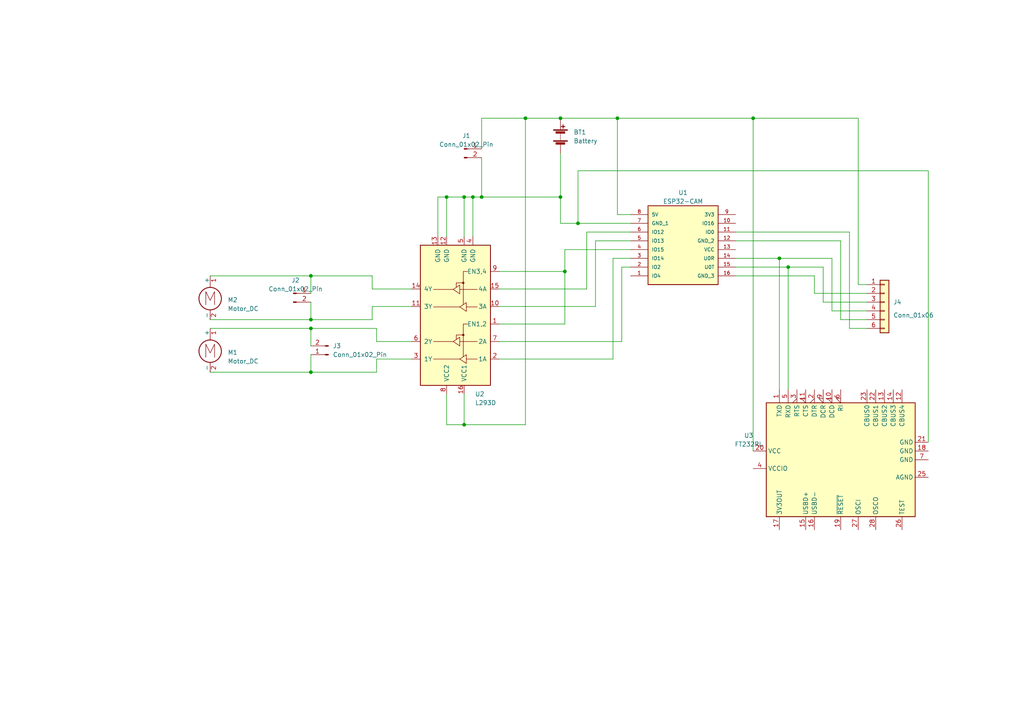
<source format=kicad_sch>
(kicad_sch (version 20230121) (generator eeschema)
  (paper "A4")
  (lib_symbols
    (symbol "Connector:Conn_01x02_Pin" (pin_names (offset 1.016) hide)
      (property "Reference" "J" (at 0 2.54 0))
      (property "Value" "Conn_01x02_Pin" (at 0 -5.08 0))
      (symbol "Conn_01x02_Pin_1_1"
        (polyline (pts (xy 1.27 -2.54) (xy 0.8636 -2.54)) (stroke (width 0.1524)))
        (polyline (pts (xy 1.27 0) (xy 0.8636 0)) (stroke (width 0.1524)))
        (rectangle (start 0.8636 -2.413) (end 0 -2.667) (stroke (width 0.1524)) (fill (type outline)))
        (rectangle (start 0.8636 0.127) (end 0 -0.127) (stroke (width 0.1524)) (fill (type outline)))
        (pin passive line (at 5.08 0 180) (length 3.81) (name "Pin_1") (number "1"))
        (pin passive line (at 5.08 -2.54 180) (length 3.81) (name "Pin_2") (number "2"))
      )
    )
    (symbol "Connector_Generic:Conn_01x06" (pin_names (offset 1.016) hide)
      (property "Reference" "J" (at 0 7.62 0))
      (property "Value" "Conn_01x06" (at 0 -10.16 0))
      (symbol "Conn_01x06_1_1"
        (rectangle (start -1.27 -7.493) (end 0 -7.747) (stroke (width 0.1524)))
        (rectangle (start -1.27 -4.953) (end 0 -5.207) (stroke (width 0.1524)))
        (rectangle (start -1.27 -2.413) (end 0 -2.667) (stroke (width 0.1524)))
        (rectangle (start -1.27 0.127) (end 0 -0.127) (stroke (width 0.1524)))
        (rectangle (start -1.27 2.667) (end 0 2.413) (stroke (width 0.1524)))
        (rectangle (start -1.27 5.207) (end 0 4.953) (stroke (width 0.1524)))
        (rectangle (start -1.27 6.35) (end 1.27 -8.89) (stroke (width 0.254)) (fill (type background)))
        (pin passive line (at -5.08 5.08 0) (length 3.81) (name "Pin_1") (number "1"))
        (pin passive line (at -5.08 2.54 0) (length 3.81) (name "Pin_2") (number "2"))
        (pin passive line (at -5.08 0 0) (length 3.81) (name "Pin_3") (number "3"))
        (pin passive line (at -5.08 -2.54 0) (length 3.81) (name "Pin_4") (number "4"))
        (pin passive line (at -5.08 -5.08 0) (length 3.81) (name "Pin_5") (number "5"))
        (pin passive line (at -5.08 -7.62 0) (length 3.81) (name "Pin_6") (number "6"))
      )
    )
    (symbol "Device:Battery" (pin_numbers hide) (pin_names (offset 0) hide)
      (property "Reference" "BT" (at 2.54 2.54 0))
      (property "Value" "Battery" (at 2.54 0 0))
      (symbol "Battery_0_1"
        (rectangle (start -2.032 -1.397) (end 2.032 -1.651) (fill (type outline)))
        (rectangle (start -2.032 1.778) (end 2.032 1.524) (fill (type outline)))
        (rectangle (start -1.3208 -1.9812) (end 1.27 -2.4892) (fill (type outline)))
        (rectangle (start -1.3208 1.1938) (end 1.27 0.6858) (fill (type outline)))
        (polyline (pts (xy 0 -1.524) (xy 0 -1.27)))
        (polyline (pts (xy 0 -1.016) (xy 0 -0.762)))
        (polyline (pts (xy 0 -0.508) (xy 0 -0.254)))
        (polyline (pts (xy 0 0) (xy 0 0.254)))
        (polyline (pts (xy 0 0.508) (xy 0 0.762)))
        (polyline (pts (xy 0 1.778) (xy 0 2.54)))
        (polyline (pts (xy 0.254 2.667) (xy 1.27 2.667)) (stroke (width 0.254)))
        (polyline (pts (xy 0.762 3.175) (xy 0.762 2.159)) (stroke (width 0.254)))
      )
      (symbol "Battery_1_1"
        (pin passive line (at 0 5.08 270) (length 2.54) (name "+") (number "1"))
        (pin passive line (at 0 -5.08 90) (length 2.54) (name "-") (number "2"))
      )
    )
    (symbol "Driver_Motor:L293D" (pin_names (offset 1.016))
      (property "Reference" "U" (at -5.08 26.035 0))
      (property "Value" "L293D" (at -5.08 24.13 0))
      (symbol "L293D_0_1"
        (rectangle (start -10.16 22.86) (end 10.16 -17.78) (stroke (width 0.254)) (fill (type background)))
        (circle (center -2.286 -6.858) (radius 0.254) (fill (type outline)))
        (circle (center -2.286 8.255) (radius 0.254) (fill (type outline)))
        (polyline (pts (xy -6.35 -4.953) (xy -1.27 -4.953)))
        (polyline (pts (xy -6.35 0.127) (xy -3.175 0.127)))
        (polyline (pts (xy -6.35 10.16) (xy -1.27 10.16)))
        (polyline (pts (xy -6.35 15.24) (xy -3.175 15.24)))
        (polyline (pts (xy -1.27 0.127) (xy 6.35 0.127)))
        (polyline (pts (xy -1.27 15.24) (xy 6.35 15.24)))
        (polyline (pts (xy 0.635 -4.953) (xy 6.35 -4.953)))
        (polyline (pts (xy 0.635 10.16) (xy 6.35 10.16)))
        (polyline (pts (xy -2.286 -6.858) (xy -0.254 -6.858) (xy -0.254 -5.588)))
        (polyline (pts (xy -2.286 -0.635) (xy -2.286 -10.16) (xy -3.556 -10.16)))
        (polyline (pts (xy -2.286 8.255) (xy -0.254 8.255) (xy -0.254 9.525)))
        (polyline (pts (xy -2.286 14.478) (xy -2.286 5.08) (xy -3.556 5.08)))
        (polyline (pts (xy -3.175 1.397) (xy -3.175 -1.143) (xy -1.27 0.127) (xy -3.175 1.397)))
        (polyline (pts (xy -3.175 16.51) (xy -3.175 13.97) (xy -1.27 15.24) (xy -3.175 16.51)))
        (polyline (pts (xy -1.27 -3.683) (xy -1.27 -6.223) (xy 0.635 -4.953) (xy -1.27 -3.683)))
        (polyline (pts (xy -1.27 11.43) (xy -1.27 8.89) (xy 0.635 10.16) (xy -1.27 11.43)))
      )
      (symbol "L293D_1_1"
        (pin input line (at -12.7 5.08 0) (length 2.54) (name "EN1,2") (number "1"))
        (pin input line (at -12.7 0 0) (length 2.54) (name "3A") (number "10"))
        (pin output line (at 12.7 0 180) (length 2.54) (name "3Y") (number "11"))
        (pin power_in line (at 2.54 -20.32 90) (length 2.54) (name "GND") (number "12"))
        (pin power_in line (at 5.08 -20.32 90) (length 2.54) (name "GND") (number "13"))
        (pin output line (at 12.7 -5.08 180) (length 2.54) (name "4Y") (number "14"))
        (pin input line (at -12.7 -5.08 0) (length 2.54) (name "4A") (number "15"))
        (pin power_in line (at -2.54 25.4 270) (length 2.54) (name "VCC1") (number "16"))
        (pin input line (at -12.7 15.24 0) (length 2.54) (name "1A") (number "2"))
        (pin output line (at 12.7 15.24 180) (length 2.54) (name "1Y") (number "3"))
        (pin power_in line (at -5.08 -20.32 90) (length 2.54) (name "GND") (number "4"))
        (pin power_in line (at -2.54 -20.32 90) (length 2.54) (name "GND") (number "5"))
        (pin output line (at 12.7 10.16 180) (length 2.54) (name "2Y") (number "6"))
        (pin input line (at -12.7 10.16 0) (length 2.54) (name "2A") (number "7"))
        (pin power_in line (at 2.54 25.4 270) (length 2.54) (name "VCC2") (number "8"))
        (pin input line (at -12.7 -10.16 0) (length 2.54) (name "EN3,4") (number "9"))
      )
    )
    (symbol "ESP32-CAM:ESP32-CAM" (pin_names (offset 1.016))
      (property "Reference" "U" (at 26.67 7.62 0))
      (property "Value" "ESP32-CAM" (at 26.67 5.08 0))
      (symbol "ESP32-CAM_0_0"
        (rectangle (start 5.08 -20.32) (end 25.4 2.54) (stroke (width 0.254)) (fill (type background)))
        (pin bidirectional line (at 0 -17.78 0) (length 5.08) (name "IO4") (number "1"))
        (pin bidirectional line (at 30.48 -2.54 180) (length 5.08) (name "IO16") (number "10"))
        (pin bidirectional line (at 30.48 -5.08 180) (length 5.08) (name "IO0") (number "11"))
        (pin bidirectional line (at 30.48 -7.62 180) (length 5.08) (name "GND_2") (number "12"))
        (pin bidirectional line (at 30.48 -10.16 180) (length 5.08) (name "VCC") (number "13"))
        (pin bidirectional line (at 30.48 -12.7 180) (length 5.08) (name "U0R") (number "14"))
        (pin bidirectional line (at 30.48 -15.24 180) (length 5.08) (name "U0T") (number "15"))
        (pin bidirectional line (at 30.48 -17.78 180) (length 5.08) (name "GND_3") (number "16"))
        (pin bidirectional line (at 0 -15.24 0) (length 5.08) (name "IO2") (number "2"))
        (pin bidirectional line (at 0 -12.7 0) (length 5.08) (name "IO14") (number "3"))
        (pin bidirectional line (at 0 -10.16 0) (length 5.08) (name "IO15") (number "4"))
        (pin bidirectional line (at 0 -7.62 0) (length 5.08) (name "IO13") (number "5"))
        (pin bidirectional line (at 0 -5.08 0) (length 5.08) (name "IO12") (number "6"))
        (pin bidirectional line (at 0 -2.54 0) (length 5.08) (name "GND_1") (number "7"))
        (pin bidirectional line (at 0 0 0) (length 5.08) (name "5V") (number "8"))
        (pin bidirectional line (at 30.48 0 180) (length 5.08) (name "3V3") (number "9"))
      )
    )
    (symbol "Interface_USB:FT232RL"
      (property "Reference" "U" (at -16.51 22.86 0))
      (property "Value" "FT232RL" (at 10.16 22.86 0))
      (symbol "FT232RL_0_1"
        (rectangle (start -16.51 21.59) (end 16.51 -21.59) (stroke (width 0.254)) (fill (type background)))
      )
      (symbol "FT232RL_1_1"
        (pin output line (at 20.32 17.78 180) (length 3.81) (name "TXD") (number "1"))
        (pin input input_low (at 20.32 2.54 180) (length 3.81) (name "DCD") (number "10"))
        (pin input input_low (at 20.32 10.16 180) (length 3.81) (name "CTS") (number "11"))
        (pin bidirectional line (at 20.32 -17.78 180) (length 3.81) (name "CBUS4") (number "12"))
        (pin bidirectional line (at 20.32 -12.7 180) (length 3.81) (name "CBUS2") (number "13"))
        (pin bidirectional line (at 20.32 -15.24 180) (length 3.81) (name "CBUS3") (number "14"))
        (pin bidirectional line (at -20.32 10.16 0) (length 3.81) (name "USBD+") (number "15"))
        (pin bidirectional line (at -20.32 7.62 0) (length 3.81) (name "USBD-") (number "16"))
        (pin power_out line (at -20.32 17.78 0) (length 3.81) (name "3V3OUT") (number "17"))
        (pin power_in line (at 2.54 -25.4 90) (length 3.81) (name "GND") (number "18"))
        (pin input line (at -20.32 0 0) (length 3.81) (name "~{RESET}") (number "19"))
        (pin output output_low (at 20.32 7.62 180) (length 3.81) (name "DTR") (number "2"))
        (pin power_in line (at 2.54 25.4 270) (length 3.81) (name "VCC") (number "20"))
        (pin power_in line (at 5.08 -25.4 90) (length 3.81) (name "GND") (number "21"))
        (pin bidirectional line (at 20.32 -10.16 180) (length 3.81) (name "CBUS1") (number "22"))
        (pin bidirectional line (at 20.32 -7.62 180) (length 3.81) (name "CBUS0") (number "23"))
        (pin power_in line (at -5.08 -25.4 90) (length 3.81) (name "AGND") (number "25"))
        (pin input line (at -20.32 -17.78 0) (length 3.81) (name "TEST") (number "26"))
        (pin input line (at -20.32 -5.08 0) (length 3.81) (name "OSCI") (number "27"))
        (pin output line (at -20.32 -10.16 0) (length 3.81) (name "OSCO") (number "28"))
        (pin output output_low (at 20.32 12.7 180) (length 3.81) (name "RTS") (number "3"))
        (pin power_in line (at -2.54 25.4 270) (length 3.81) (name "VCCIO") (number "4"))
        (pin input line (at 20.32 15.24 180) (length 3.81) (name "RXD") (number "5"))
        (pin input input_low (at 20.32 0 180) (length 3.81) (name "RI") (number "6"))
        (pin power_in line (at 0 -25.4 90) (length 3.81) (name "GND") (number "7"))
        (pin input input_low (at 20.32 5.08 180) (length 3.81) (name "DCR") (number "9"))
      )
    )
    (symbol "Motor:Motor_DC" (pin_names (offset 0))
      (property "Reference" "M" (at 2.54 2.54 0))
      (property "Value" "Motor_DC" (at 2.54 -5.08 0))
      (symbol "Motor_DC_0_0"
        (polyline (pts (xy -1.27 -3.302) (xy -1.27 0.508) (xy 0 -2.032) (xy 1.27 0.508) (xy 1.27 -3.302)))
      )
      (symbol "Motor_DC_0_1"
        (circle (center 0 -1.524) (radius 3.2512) (stroke (width 0.254)))
        (polyline (pts (xy 0 -7.62) (xy 0 -7.112)))
        (polyline (pts (xy 0 -4.7752) (xy 0 -5.1816)))
        (polyline (pts (xy 0 1.7272) (xy 0 2.0828)))
        (polyline (pts (xy 0 2.032) (xy 0 2.54)))
      )
      (symbol "Motor_DC_1_1"
        (pin passive line (at 0 5.08 270) (length 2.54) (name "+") (number "1"))
        (pin passive line (at 0 -7.62 90) (length 2.54) (name "-") (number "2"))
      )
    )
  )
  (junction (at 163.83 78.74))
  (junction (at 228.6 77.47))
  (junction (at 90.17 107.95))
  (junction (at 134.62 123.19))
  (junction (at 129.54 57.15))
  (junction (at 167.64 64.77))
  (junction (at 134.62 57.15))
  (junction (at 90.17 95.25))
  (junction (at 90.17 92.71))
  (junction (at 218.44 34.29))
  (junction (at 139.7 57.15))
  (junction (at 90.17 80.01))
  (junction (at 162.56 57.15))
  (junction (at 179.07 34.29))
  (junction (at 162.56 34.29))
  (junction (at 152.4 34.29))
  (junction (at 226.06 74.93))
  (junction (at 137.16 57.15))
  (wire (pts (xy 182.88 77.47) (xy 180.34 77.47)))
  (wire (pts (xy 129.54 123.19) (xy 134.62 123.19)))
  (wire (pts (xy 144.78 88.9) (xy 172.72 88.9)))
  (wire (pts (xy 218.44 34.29) (xy 218.44 130.81)))
  (wire (pts (xy 162.56 44.45) (xy 162.56 57.15)))
  (wire (pts (xy 90.17 102.87) (xy 90.17 107.95)))
  (wire (pts (xy 162.56 64.77) (xy 167.64 64.77)))
  (wire (pts (xy 60.96 80.01) (xy 90.17 80.01)))
  (wire (pts (xy 243.84 92.71) (xy 251.46 92.71)))
  (wire (pts (xy 90.17 95.25) (xy 109.22 95.25)))
  (wire (pts (xy 182.88 67.31) (xy 170.18 67.31)))
  (wire (pts (xy 238.76 87.63) (xy 251.46 87.63)))
  (wire (pts (xy 177.8 74.93) (xy 177.8 104.14)))
  (wire (pts (xy 90.17 107.95) (xy 109.22 107.95)))
  (wire (pts (xy 139.7 34.29) (xy 152.4 34.29)))
  (wire (pts (xy 127 57.15) (xy 129.54 57.15)))
  (wire (pts (xy 248.92 82.55) (xy 251.46 82.55)))
  (wire (pts (xy 182.88 62.23) (xy 179.07 62.23)))
  (wire (pts (xy 60.96 92.71) (xy 90.17 92.71)))
  (wire (pts (xy 172.72 69.85) (xy 182.88 69.85)))
  (wire (pts (xy 107.95 88.9) (xy 107.95 92.71)))
  (wire (pts (xy 236.22 85.09) (xy 251.46 85.09)))
  (wire (pts (xy 60.96 107.95) (xy 90.17 107.95)))
  (wire (pts (xy 228.6 77.47) (xy 238.76 77.47)))
  (wire (pts (xy 179.07 34.29) (xy 218.44 34.29)))
  (wire (pts (xy 246.38 95.25) (xy 251.46 95.25)))
  (wire (pts (xy 241.3 90.17) (xy 241.3 74.93)))
  (wire (pts (xy 90.17 80.01) (xy 90.17 85.09)))
  (wire (pts (xy 109.22 107.95) (xy 109.22 104.14)))
  (wire (pts (xy 163.83 93.98) (xy 163.83 78.74)))
  (wire (pts (xy 228.6 113.03) (xy 228.6 77.47)))
  (wire (pts (xy 182.88 72.39) (xy 163.83 72.39)))
  (wire (pts (xy 134.62 114.3) (xy 134.62 123.19)))
  (wire (pts (xy 172.72 69.85) (xy 172.72 88.9)))
  (wire (pts (xy 137.16 57.15) (xy 139.7 57.15)))
  (wire (pts (xy 167.64 64.77) (xy 167.64 49.53)))
  (wire (pts (xy 170.18 67.31) (xy 170.18 83.82)))
  (wire (pts (xy 139.7 34.29) (xy 139.7 43.18)))
  (wire (pts (xy 109.22 104.14) (xy 119.38 104.14)))
  (wire (pts (xy 269.24 49.53) (xy 269.24 128.27)))
  (wire (pts (xy 246.38 95.25) (xy 246.38 67.31)))
  (wire (pts (xy 129.54 114.3) (xy 129.54 123.19)))
  (wire (pts (xy 144.78 93.98) (xy 163.83 93.98)))
  (wire (pts (xy 213.36 74.93) (xy 226.06 74.93)))
  (wire (pts (xy 226.06 113.03) (xy 226.06 74.93)))
  (wire (pts (xy 162.56 34.29) (xy 179.07 34.29)))
  (wire (pts (xy 119.38 99.06) (xy 109.22 99.06)))
  (wire (pts (xy 162.56 64.77) (xy 162.56 57.15)))
  (wire (pts (xy 129.54 57.15) (xy 134.62 57.15)))
  (wire (pts (xy 90.17 95.25) (xy 90.17 100.33)))
  (wire (pts (xy 213.36 67.31) (xy 246.38 67.31)))
  (wire (pts (xy 107.95 83.82) (xy 119.38 83.82)))
  (wire (pts (xy 139.7 45.72) (xy 139.7 57.15)))
  (wire (pts (xy 137.16 57.15) (xy 137.16 68.58)))
  (wire (pts (xy 248.92 34.29) (xy 248.92 82.55)))
  (wire (pts (xy 144.78 83.82) (xy 170.18 83.82)))
  (wire (pts (xy 90.17 92.71) (xy 107.95 92.71)))
  (wire (pts (xy 139.7 57.15) (xy 162.56 57.15)))
  (wire (pts (xy 243.84 92.71) (xy 243.84 69.85)))
  (wire (pts (xy 134.62 57.15) (xy 134.62 68.58)))
  (wire (pts (xy 182.88 74.93) (xy 177.8 74.93)))
  (wire (pts (xy 238.76 87.63) (xy 238.76 77.47)))
  (wire (pts (xy 213.36 80.01) (xy 236.22 80.01)))
  (wire (pts (xy 177.8 104.14) (xy 144.78 104.14)))
  (wire (pts (xy 236.22 85.09) (xy 236.22 80.01)))
  (wire (pts (xy 129.54 68.58) (xy 129.54 57.15)))
  (wire (pts (xy 134.62 57.15) (xy 137.16 57.15)))
  (wire (pts (xy 152.4 123.19) (xy 152.4 34.29)))
  (wire (pts (xy 144.78 78.74) (xy 163.83 78.74)))
  (wire (pts (xy 60.96 95.25) (xy 90.17 95.25)))
  (wire (pts (xy 180.34 99.06) (xy 144.78 99.06)))
  (wire (pts (xy 167.64 49.53) (xy 269.24 49.53)))
  (wire (pts (xy 107.95 88.9) (xy 119.38 88.9)))
  (wire (pts (xy 90.17 80.01) (xy 107.95 80.01)))
  (wire (pts (xy 134.62 123.19) (xy 152.4 123.19)))
  (wire (pts (xy 213.36 69.85) (xy 243.84 69.85)))
  (wire (pts (xy 180.34 77.47) (xy 180.34 99.06)))
  (wire (pts (xy 127 68.58) (xy 127 57.15)))
  (wire (pts (xy 218.44 34.29) (xy 248.92 34.29)))
  (wire (pts (xy 213.36 77.47) (xy 228.6 77.47)))
  (wire (pts (xy 179.07 62.23) (xy 179.07 34.29)))
  (wire (pts (xy 182.88 64.77) (xy 167.64 64.77)))
  (wire (pts (xy 226.06 74.93) (xy 241.3 74.93)))
  (wire (pts (xy 109.22 99.06) (xy 109.22 95.25)))
  (wire (pts (xy 152.4 34.29) (xy 162.56 34.29)))
  (wire (pts (xy 251.46 90.17) (xy 241.3 90.17)))
  (wire (pts (xy 163.83 72.39) (xy 163.83 78.74)))
  (wire (pts (xy 90.17 87.63) (xy 90.17 92.71)))
  (wire (pts (xy 107.95 80.01) (xy 107.95 83.82)))
  (symbol (lib_id "Device:Battery") (at 162.56 39.37 0) (unit 1)
    (property "Reference" "BT1" (at 166.37 38.354 0) (effects (justify left)))
    (property "Value" "Battery" (at 166.37 40.894 0) (effects (justify left)))
  )
  (symbol (lib_id "ESP32-CAM:ESP32-CAM") (at 182.88 62.23 0) (unit 1)
    (property "Reference" "U1" (at 198.12 55.88 0))
    (property "Value" "ESP32-CAM" (at 198.12 58.42 0))
    (property "Footprint" "ESP32-CAM" (effects hide))
    (property "MANUFACTURER_NAME" "Ai-Thinker" (effects hide))
    (property "DESCRIPTION" "Modules PCBA Module RoHS" (effects hide))
    (property "HEIGHT" "5mm" (effects hide))
    (property "MANUFACTURER_PART_NUMBER" "ESP32-CAM" (effects hide))
  )
  (symbol (lib_id "Motor:Motor_DC") (at 60.96 85.09 0) (unit 1)
    (property "Reference" "M2" (at 66.04 86.995 0) (effects (justify left)))
    (property "Value" "Motor_DC" (at 66.04 89.535 0) (effects (justify left)))
  )
  (symbol (lib_id "Connector:Conn_01x02_Pin") (at 85.09 85.09 0) (unit 1)
    (property "Reference" "J2" (at 85.725 81.28 0))
    (property "Value" "Conn_01x02_Pin" (at 85.725 83.82 0))
    (property "Footprint" "Connector_PinHeader_2.54mm:PinHeader_1x02_P2.54mm_Vertical" (effects hide))
  )
  (symbol (lib_id "Driver_Motor:L293D") (at 132.08 88.9 180) (unit 1)
    (property "Reference" "U2" (at 137.7697 114.3 0) (effects (justify right)))
    (property "Value" "L293D" (at 137.7697 116.84 0) (effects (justify right)))
    (property "Footprint" "Package_DIP:DIP-16_W7.62mm" (effects hide))
    (property "Datasheet" "http://www.ti.com/lit/ds/symlink/l293.pdf" (effects hide))
  )
  (symbol (lib_id "Connector_Generic:Conn_01x06") (at 256.54 87.63 0) (unit 1)
    (property "Reference" "J4" (at 259.08 87.63 0) (effects (justify left)))
    (property "Value" "Conn_01x06" (at 259.08 91.44 0) (effects (justify left)))
    (property "Footprint" "Connector_PinHeader_2.54mm:PinHeader_1x06_P2.54mm_Vertical" (effects hide))
  )
  (symbol (lib_id "Connector:Conn_01x02_Pin") (at 95.25 102.87 180) (unit 1)
    (property "Reference" "J3" (at 96.52 100.33 0) (effects (justify right)))
    (property "Value" "Conn_01x02_Pin" (at 96.52 102.87 0) (effects (justify right)))
    (property "Footprint" "Connector_PinHeader_2.54mm:PinHeader_1x02_P2.54mm_Vertical" (effects hide))
  )
  (symbol (lib_id "Interface_USB:FT232RL") (at 243.84 133.35 90) (unit 1)
    (property "Reference" "U3" (at 217.17 126.3141 90))
    (property "Value" "FT232RL" (at 217.17 128.8541 90))
    (property "Footprint" "Package_SO:SSOP-28_5.3x10.2mm_P0.65mm" (effects hide))
    (property "Datasheet" "https://www.ftdichip.com/Support/Documents/DataSheets/ICs/DS_FT232R.pdf" (effects hide))
  )
  (symbol (lib_id "Connector:Conn_01x02_Pin") (at 134.62 43.18 0) (unit 1)
    (property "Reference" "J1" (at 135.255 39.37 0))
    (property "Value" "Conn_01x02_Pin" (at 135.255 41.91 0))
    (property "Footprint" "Connector_PinHeader_2.54mm:PinHeader_1x02_P2.54mm_Vertical" (effects hide))
  )
  (symbol (lib_id "Motor:Motor_DC") (at 60.96 100.33 0) (unit 1)
    (property "Reference" "M1" (at 66.04 102.235 0) (effects (justify left)))
    (property "Value" "Motor_DC" (at 66.04 104.775 0) (effects (justify left)))
  )
)
</source>
